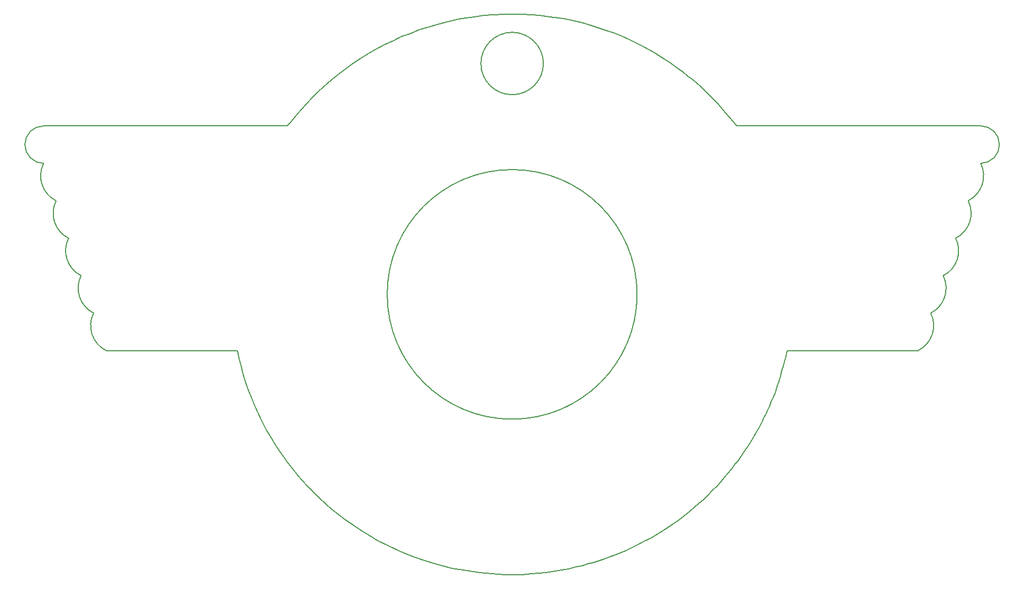
<source format=gbr>
G04 #@! TF.FileFunction,Profile,NP*
%FSLAX46Y46*%
G04 Gerber Fmt 4.6, Leading zero omitted, Abs format (unit mm)*
G04 Created by KiCad (PCBNEW 4.0.6) date Mon Apr 24 00:01:32 2017*
%MOMM*%
%LPD*%
G01*
G04 APERTURE LIST*
%ADD10C,0.100000*%
%ADD11C,0.150000*%
G04 APERTURE END LIST*
D10*
D11*
X170000000Y-100000000D02*
G75*
G03X170000000Y-100000000I-20000000J0D01*
G01*
X155000000Y-63000000D02*
G75*
G03X155000000Y-63000000I-5000000J0D01*
G01*
X106000000Y-109000000D02*
X85000000Y-109000000D01*
X106300000Y-110300000D02*
X106000000Y-109000000D01*
X106600000Y-111500000D02*
X106300000Y-110300000D01*
X107000000Y-112900000D02*
X106600000Y-111500000D01*
X107400000Y-114300000D02*
X107000000Y-112900000D01*
X107800000Y-115500000D02*
X107400000Y-114300000D01*
X108300000Y-116700000D02*
X107800000Y-115500000D01*
X108800000Y-117900000D02*
X108300000Y-116700000D01*
X109300000Y-119000000D02*
X108800000Y-117900000D01*
X109800000Y-120000000D02*
X109300000Y-119000000D01*
X110200000Y-120800000D02*
X109800000Y-120000000D01*
X110700000Y-121800000D02*
X110200000Y-120800000D01*
X111200000Y-122600000D02*
X110700000Y-121800000D01*
X111800000Y-123600000D02*
X111200000Y-122600000D01*
X112500000Y-124700000D02*
X111800000Y-123600000D01*
X113300000Y-125900000D02*
X112500000Y-124700000D01*
X114100000Y-127000000D02*
X113300000Y-125900000D01*
X114800000Y-127900000D02*
X114100000Y-127000000D01*
X115700000Y-129000000D02*
X114800000Y-127900000D01*
X116400000Y-129800000D02*
X115700000Y-129000000D01*
X117300000Y-130800000D02*
X116400000Y-129800000D01*
X118200000Y-131700000D02*
X117300000Y-130800000D01*
X119100000Y-132600000D02*
X118200000Y-131700000D01*
X120200000Y-133600000D02*
X119100000Y-132600000D01*
X121100000Y-134400000D02*
X120200000Y-133600000D01*
X122200000Y-135300000D02*
X121100000Y-134400000D01*
X123300000Y-136100000D02*
X122200000Y-135300000D01*
X124600000Y-137000000D02*
X123300000Y-136100000D01*
X125900000Y-137900000D02*
X124600000Y-137000000D01*
X127200000Y-138700000D02*
X125900000Y-137900000D01*
X128400000Y-139400000D02*
X127200000Y-138700000D01*
X130200000Y-140300000D02*
X128400000Y-139400000D01*
X132100000Y-141200000D02*
X130200000Y-140300000D01*
X132500000Y-141400000D02*
X132100000Y-141200000D01*
X134000000Y-142000000D02*
X132500000Y-141400000D01*
X135400000Y-142500000D02*
X134000000Y-142000000D01*
X137000000Y-143000000D02*
X135400000Y-142500000D01*
X138800000Y-143500000D02*
X137000000Y-143000000D01*
X140400000Y-143900000D02*
X138800000Y-143500000D01*
X142700000Y-144300000D02*
X140400000Y-143900000D01*
X144800000Y-144600000D02*
X142700000Y-144300000D01*
X146800000Y-144800000D02*
X144800000Y-144600000D01*
X148800000Y-144900000D02*
X146800000Y-144800000D01*
X149700000Y-144900000D02*
X148800000Y-144900000D01*
X151600000Y-144900000D02*
X149700000Y-144900000D01*
X153100000Y-144800000D02*
X151600000Y-144900000D01*
X155400000Y-144600000D02*
X153100000Y-144800000D01*
X157400000Y-144300000D02*
X155400000Y-144600000D01*
X159000000Y-144000000D02*
X157400000Y-144300000D01*
X160200000Y-143700000D02*
X159000000Y-144000000D01*
X161200000Y-143500000D02*
X160200000Y-143700000D01*
X162200000Y-143200000D02*
X161200000Y-143500000D01*
X163000000Y-143000000D02*
X162200000Y-143200000D01*
X163800000Y-142700000D02*
X163000000Y-143000000D01*
X164800000Y-142400000D02*
X163800000Y-142700000D01*
X165600000Y-142100000D02*
X164800000Y-142400000D01*
X166400000Y-141800000D02*
X165600000Y-142100000D01*
X167400000Y-141400000D02*
X166400000Y-141800000D01*
X168100000Y-141100000D02*
X167400000Y-141400000D01*
X168800000Y-140800000D02*
X168100000Y-141100000D01*
X170000000Y-140200000D02*
X168800000Y-140800000D01*
X171100000Y-139600000D02*
X170000000Y-140200000D01*
X172300000Y-139000000D02*
X171100000Y-139600000D01*
X173300000Y-138400000D02*
X172300000Y-139000000D01*
X174400000Y-137700000D02*
X173300000Y-138400000D01*
X175600000Y-136900000D02*
X174400000Y-137700000D01*
X176700000Y-136100000D02*
X175600000Y-136900000D01*
X177500000Y-135500000D02*
X176700000Y-136100000D01*
X178400000Y-134800000D02*
X177500000Y-135500000D01*
X179200000Y-134100000D02*
X178400000Y-134800000D01*
X179900000Y-133500000D02*
X179200000Y-134100000D01*
X180600000Y-132900000D02*
X179900000Y-133500000D01*
X181300000Y-132200000D02*
X180600000Y-132900000D01*
X182000000Y-131500000D02*
X181300000Y-132200000D01*
X182800000Y-130700000D02*
X182000000Y-131500000D01*
X183400000Y-130000000D02*
X182800000Y-130700000D01*
X184000000Y-129300000D02*
X183400000Y-130000000D01*
X184500000Y-128700000D02*
X184000000Y-129300000D01*
X185100000Y-128000000D02*
X184500000Y-128700000D01*
X185700000Y-127200000D02*
X185100000Y-128000000D01*
X186100000Y-126700000D02*
X185700000Y-127200000D01*
X186600000Y-126000000D02*
X186100000Y-126700000D01*
X187100000Y-125300000D02*
X186600000Y-126000000D01*
X187500000Y-124700000D02*
X187100000Y-125300000D01*
X187900000Y-124100000D02*
X187500000Y-124700000D01*
X188400000Y-123300000D02*
X187900000Y-124100000D01*
X188700000Y-122800000D02*
X188400000Y-123300000D01*
X189100000Y-122100000D02*
X188700000Y-122800000D01*
X189600000Y-121200000D02*
X189100000Y-122100000D01*
X190000000Y-120400000D02*
X189600000Y-121200000D01*
X190300000Y-119800000D02*
X190000000Y-120400000D01*
X190600000Y-119200000D02*
X190300000Y-119800000D01*
X190900000Y-118600000D02*
X190600000Y-119200000D01*
X191200000Y-117900000D02*
X190900000Y-118600000D01*
X191500000Y-117200000D02*
X191200000Y-117900000D01*
X191800000Y-116500000D02*
X191500000Y-117200000D01*
X192100000Y-115700000D02*
X191800000Y-116500000D01*
X192400000Y-114800000D02*
X192100000Y-115700000D01*
X192700000Y-113900000D02*
X192400000Y-114800000D01*
X193000000Y-113000000D02*
X192700000Y-113900000D01*
X193200000Y-112200000D02*
X193000000Y-113000000D01*
X193400000Y-111500000D02*
X193200000Y-112200000D01*
X193600000Y-110800000D02*
X193400000Y-111500000D01*
X193800000Y-110000000D02*
X193600000Y-110800000D01*
X194000000Y-109000000D02*
X193800000Y-110000000D01*
X185800000Y-72800000D02*
X186000000Y-73000000D01*
X185400000Y-72300000D02*
X185800000Y-72800000D01*
X184800000Y-71600000D02*
X185400000Y-72300000D01*
X184200000Y-70900000D02*
X184800000Y-71600000D01*
X183800000Y-70400000D02*
X184200000Y-70900000D01*
X183300000Y-69900000D02*
X183800000Y-70400000D01*
X182900000Y-69400000D02*
X183300000Y-69900000D01*
X182400000Y-68900000D02*
X182900000Y-69400000D01*
X181800000Y-68300000D02*
X182400000Y-68900000D01*
X181300000Y-67800000D02*
X181800000Y-68300000D01*
X180900000Y-67400000D02*
X181300000Y-67800000D01*
X180300000Y-66800000D02*
X180900000Y-67400000D01*
X179500000Y-66100000D02*
X180300000Y-66800000D01*
X178900000Y-65600000D02*
X179500000Y-66100000D01*
X178100000Y-65000000D02*
X178900000Y-65600000D01*
X177300000Y-64300000D02*
X178100000Y-65000000D01*
X176600000Y-63800000D02*
X177300000Y-64300000D01*
X175900000Y-63300000D02*
X176600000Y-63800000D01*
X175200000Y-62800000D02*
X175900000Y-63300000D01*
X174400000Y-62300000D02*
X175200000Y-62800000D01*
X173600000Y-61800000D02*
X174400000Y-62300000D01*
X172800000Y-61300000D02*
X173600000Y-61800000D01*
X171900000Y-60800000D02*
X172800000Y-61300000D01*
X171000000Y-60300000D02*
X171900000Y-60800000D01*
X169800000Y-59700000D02*
X171000000Y-60300000D01*
X168800000Y-59200000D02*
X169800000Y-59700000D01*
X167500000Y-58600000D02*
X168800000Y-59200000D01*
X166200000Y-58100000D02*
X167500000Y-58600000D01*
X165100000Y-57700000D02*
X166200000Y-58100000D01*
X163900000Y-57300000D02*
X165100000Y-57700000D01*
X162600000Y-56900000D02*
X163900000Y-57300000D01*
X161200000Y-56500000D02*
X162600000Y-56900000D01*
X160100000Y-56200000D02*
X161200000Y-56500000D01*
X158600000Y-55900000D02*
X160100000Y-56200000D01*
X157500000Y-55700000D02*
X158600000Y-55900000D01*
X156000000Y-55500000D02*
X157500000Y-55700000D01*
X154400000Y-55300000D02*
X156000000Y-55500000D01*
X153000000Y-55200000D02*
X154400000Y-55300000D01*
X151700000Y-55100000D02*
X153000000Y-55200000D01*
X150700000Y-55100000D02*
X151700000Y-55100000D01*
X148700000Y-55100000D02*
X150700000Y-55100000D01*
X147000000Y-55200000D02*
X148700000Y-55100000D01*
X145500000Y-55300000D02*
X147000000Y-55200000D01*
X144000000Y-55500000D02*
X145500000Y-55300000D01*
X142600000Y-55700000D02*
X144000000Y-55500000D01*
X141400000Y-55900000D02*
X142600000Y-55700000D01*
X139700000Y-56300000D02*
X141400000Y-55900000D01*
X138100000Y-56700000D02*
X139700000Y-56300000D01*
X136700000Y-57100000D02*
X138100000Y-56700000D01*
X135200000Y-57600000D02*
X136700000Y-57100000D01*
X133600000Y-58200000D02*
X135200000Y-57600000D01*
X132300000Y-58700000D02*
X133600000Y-58200000D01*
X131000000Y-59300000D02*
X132300000Y-58700000D01*
X129500000Y-60000000D02*
X131000000Y-59300000D01*
X128200000Y-60700000D02*
X129500000Y-60000000D01*
X127000000Y-61400000D02*
X128200000Y-60700000D01*
X125700000Y-62200000D02*
X127000000Y-61400000D01*
X124400000Y-63100000D02*
X125700000Y-62200000D01*
X122700000Y-64300000D02*
X124400000Y-63100000D01*
X121600000Y-65200000D02*
X122700000Y-64300000D01*
X120500000Y-66100000D02*
X121600000Y-65200000D01*
X119000000Y-67500000D02*
X120500000Y-66100000D01*
X118000000Y-68500000D02*
X119000000Y-67500000D01*
X117200000Y-69300000D02*
X118000000Y-68500000D01*
X116200000Y-70400000D02*
X117200000Y-69300000D01*
X115200000Y-71600000D02*
X116200000Y-70400000D01*
X114600000Y-72400000D02*
X115200000Y-71600000D01*
X114000000Y-73000000D02*
X114600000Y-72400000D01*
X85000000Y-109000000D02*
G75*
G02X83000000Y-103000000I2000000J4000000D01*
G01*
X83000000Y-103000000D02*
G75*
G02X81000000Y-97000000I2000000J4000000D01*
G01*
X81000000Y-97000000D02*
G75*
G02X79000000Y-91000000I2000000J4000000D01*
G01*
X79000000Y-91000000D02*
G75*
G02X77000000Y-85000000I2000000J4000000D01*
G01*
X77000000Y-85000000D02*
G75*
G02X75000000Y-79000000I2000000J4000000D01*
G01*
X75000000Y-79000000D02*
G75*
G02X72000000Y-76000000I0J3000000D01*
G01*
X72000000Y-76000000D02*
G75*
G02X75000000Y-73000000I3000000J0D01*
G01*
X114000000Y-73000000D02*
X75000000Y-73000000D01*
X215000000Y-109000000D02*
X194000000Y-109000000D01*
X215000000Y-109000000D02*
G75*
G03X217000000Y-103000000I-2000000J4000000D01*
G01*
X217000000Y-103000000D02*
G75*
G03X219000000Y-97000000I-2000000J4000000D01*
G01*
X219000000Y-97000000D02*
G75*
G03X221000000Y-91000000I-2000000J4000000D01*
G01*
X221000000Y-91000000D02*
G75*
G03X223000000Y-85000000I-2000000J4000000D01*
G01*
X223000000Y-85000000D02*
G75*
G03X225000000Y-79000000I-2000000J4000000D01*
G01*
X225000000Y-79000000D02*
G75*
G03X228000000Y-76000000I0J3000000D01*
G01*
X228000000Y-76000000D02*
G75*
G03X225000000Y-73000000I-3000000J0D01*
G01*
X186000000Y-73000000D02*
X225000000Y-73000000D01*
M02*

</source>
